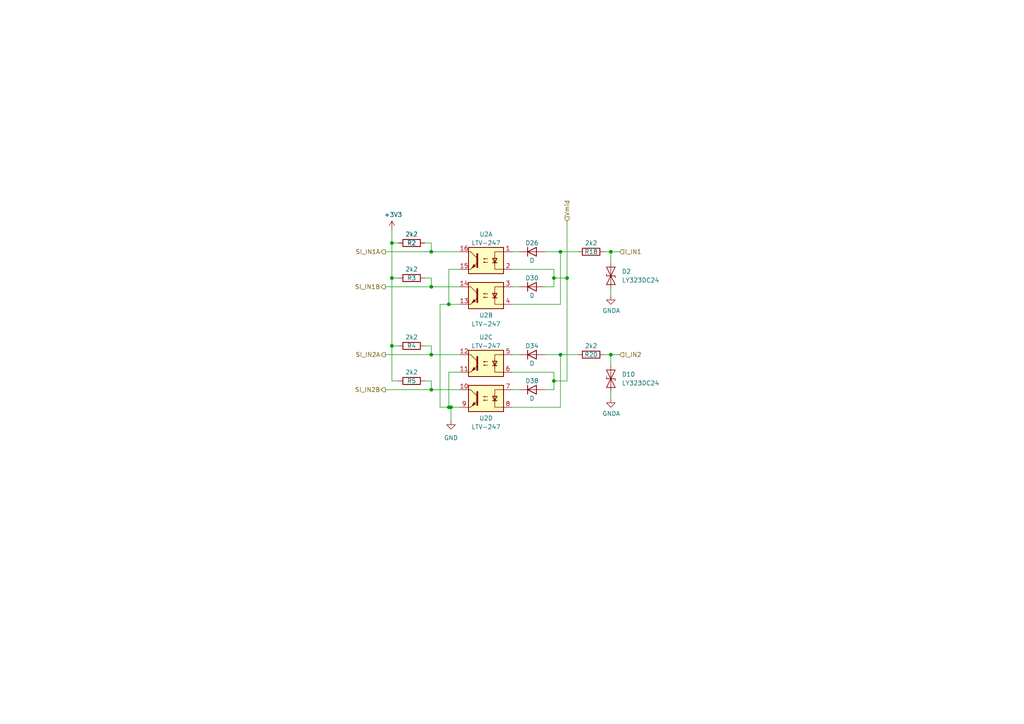
<source format=kicad_sch>
(kicad_sch (version 20230121) (generator eeschema)
  (paper "A4")
  (lib_symbols
    (symbol "Device:D" (pin_numbers hide) (pin_names (offset 1.016) hide)
      (property "Reference" "D" (at 0 2.54 0))
      (property "Value" "D" (at 0 -2.54 0))
      (symbol "D_0_1"
        (polyline (pts (xy -1.27 1.27) (xy -1.27 -1.27)) (stroke (width 0.254)))
        (polyline (pts (xy 1.27 0) (xy -1.27 0)))
        (polyline (pts (xy 1.27 1.27) (xy 1.27 -1.27) (xy -1.27 0) (xy 1.27 1.27)) (stroke (width 0.254)))
      )
      (symbol "D_1_1"
        (pin passive line (at -3.81 0 0) (length 2.54) (name "K") (number "1"))
        (pin passive line (at 3.81 0 180) (length 2.54) (name "A") (number "2"))
      )
    )
    (symbol "Device:R" (pin_numbers hide) (pin_names (offset 0))
      (property "Reference" "R" (at 2.032 0 90))
      (property "Value" "R" (at 0 0 90))
      (symbol "R_0_1"
        (rectangle (start -1.016 -2.54) (end 1.016 2.54) (stroke (width 0.254)))
      )
      (symbol "R_1_1"
        (pin passive line (at 0 3.81 270) (length 1.27) (name "~") (number "1"))
        (pin passive line (at 0 -3.81 90) (length 1.27) (name "~") (number "2"))
      )
    )
    (symbol "Diode:SD24_SOD323" (pin_numbers hide) (pin_names (offset 1.016) hide)
      (property "Reference" "D" (at 0 2.54 0))
      (property "Value" "SD24_SOD323" (at 0 -2.54 0))
      (symbol "SD24_SOD323_0_1"
        (polyline (pts (xy 1.27 0) (xy -1.27 0)))
        (polyline (pts (xy -2.54 -1.27) (xy 0 0) (xy -2.54 1.27) (xy -2.54 -1.27)) (stroke (width 0.2032)))
        (polyline (pts (xy 0.508 1.27) (xy 0 1.27) (xy 0 -1.27) (xy -0.508 -1.27)) (stroke (width 0.2032)))
        (polyline (pts (xy 2.54 1.27) (xy 2.54 -1.27) (xy 0 0) (xy 2.54 1.27)) (stroke (width 0.2032)))
      )
      (symbol "SD24_SOD323_1_1"
        (pin passive line (at -3.81 0 0) (length 2.54) (name "A1") (number "1"))
        (pin passive line (at 3.81 0 180) (length 2.54) (name "A2") (number "2"))
      )
    )
    (symbol "Isolator:LTV-247"
      (property "Reference" "U" (at -5.08 5.08 0))
      (property "Value" "LTV-247" (at 0 5.08 0))
      (symbol "LTV-247_0_1"
        (rectangle (start -5.08 3.81) (end 5.08 -3.81) (stroke (width 0.254)) (fill (type background)))
        (polyline (pts (xy -3.175 -0.635) (xy -1.905 -0.635)) (stroke (width 0.254)))
        (polyline (pts (xy 2.54 0.635) (xy 4.445 2.54)))
        (polyline (pts (xy 4.445 -2.54) (xy 2.54 -0.635)) (fill (type outline)))
        (polyline (pts (xy 4.445 -2.54) (xy 5.08 -2.54)))
        (polyline (pts (xy 4.445 2.54) (xy 5.08 2.54)))
        (polyline (pts (xy -2.54 -0.635) (xy -2.54 -2.54) (xy -5.08 -2.54)))
        (polyline (pts (xy 2.54 1.905) (xy 2.54 -1.905) (xy 2.54 -1.905)) (stroke (width 0.508)))
        (polyline (pts (xy -5.08 2.54) (xy -2.54 2.54) (xy -2.54 -1.27) (xy -2.54 0.635)))
        (polyline (pts (xy -2.54 -0.635) (xy -3.175 0.635) (xy -1.905 0.635) (xy -2.54 -0.635)) (stroke (width 0.254)))
        (polyline (pts (xy -0.508 -0.508) (xy 0.762 -0.508) (xy 0.381 -0.635) (xy 0.381 -0.381) (xy 0.762 -0.508)))
        (polyline (pts (xy -0.508 0.508) (xy 0.762 0.508) (xy 0.381 0.381) (xy 0.381 0.635) (xy 0.762 0.508)))
        (polyline (pts (xy 3.048 -1.651) (xy 3.556 -1.143) (xy 4.064 -2.159) (xy 3.048 -1.651) (xy 3.048 -1.651)) (fill (type outline)))
      )
      (symbol "LTV-247_1_1"
        (pin passive line (at -7.62 2.54 0) (length 2.54) (name "~") (number "1"))
        (pin passive line (at 7.62 -2.54 180) (length 2.54) (name "~") (number "15"))
        (pin passive line (at 7.62 2.54 180) (length 2.54) (name "~") (number "16"))
        (pin passive line (at -7.62 -2.54 0) (length 2.54) (name "~") (number "2"))
      )
      (symbol "LTV-247_2_1"
        (pin passive line (at 7.62 -2.54 180) (length 2.54) (name "~") (number "13"))
        (pin passive line (at 7.62 2.54 180) (length 2.54) (name "~") (number "14"))
        (pin passive line (at -7.62 2.54 0) (length 2.54) (name "~") (number "3"))
        (pin passive line (at -7.62 -2.54 0) (length 2.54) (name "~") (number "4"))
      )
      (symbol "LTV-247_3_1"
        (pin passive line (at 7.62 -2.54 180) (length 2.54) (name "~") (number "11"))
        (pin passive line (at 7.62 2.54 180) (length 2.54) (name "~") (number "12"))
        (pin passive line (at -7.62 2.54 0) (length 2.54) (name "~") (number "5"))
        (pin passive line (at -7.62 -2.54 0) (length 2.54) (name "~") (number "6"))
      )
      (symbol "LTV-247_4_1"
        (pin passive line (at 7.62 2.54 180) (length 2.54) (name "~") (number "10"))
        (pin passive line (at -7.62 2.54 0) (length 2.54) (name "~") (number "7"))
        (pin passive line (at -7.62 -2.54 0) (length 2.54) (name "~") (number "8"))
        (pin passive line (at 7.62 -2.54 180) (length 2.54) (name "~") (number "9"))
      )
    )
    (symbol "door_if3_usb-rescue:+3.3V-power" (power) (pin_names (offset 0))
      (property "Value" "+3.3V-power" (at 0 3.556 0))
      (symbol "+3.3V-power_0_1"
        (polyline (pts (xy -0.762 1.27) (xy 0 2.54)))
        (polyline (pts (xy 0 0) (xy 0 2.54)))
        (polyline (pts (xy 0 2.54) (xy 0.762 1.27)))
      )
      (symbol "+3.3V-power_1_1"
        (pin power_in line (at 0 0 90) (length 0) hide (name "+3V3") (number "1"))
      )
    )
    (symbol "power:GND" (power) (pin_names (offset 0))
      (property "Value" "GND" (at 0 -3.81 0))
      (symbol "GND_0_1"
        (polyline (pts (xy 0 0) (xy 0 -1.27) (xy 1.27 -1.27) (xy 0 -2.54) (xy -1.27 -1.27) (xy 0 -1.27)))
      )
      (symbol "GND_1_1"
        (pin power_in line (at 0 0 270) (length 0) hide (name "GND") (number "1"))
      )
    )
    (symbol "power:GNDA" (power) (pin_names (offset 0))
      (property "Value" "GNDA" (at 0 -3.81 0))
      (symbol "GNDA_0_1"
        (polyline (pts (xy 0 0) (xy 0 -1.27) (xy 1.27 -1.27) (xy 0 -2.54) (xy -1.27 -1.27) (xy 0 -1.27)))
      )
      (symbol "GNDA_1_1"
        (pin power_in line (at 0 0 270) (length 0) hide (name "GNDA") (number "1"))
      )
    )
  )
  (junction (at 162.56 102.87))
  (junction (at 130.175 118.11))
  (junction (at 177.165 102.87))
  (junction (at 125.095 73.025))
  (junction (at 130.81 118.11))
  (junction (at 125.095 83.185))
  (junction (at 160.655 110.49))
  (junction (at 125.095 113.03))
  (junction (at 162.56 73.025))
  (junction (at 160.655 80.645))
  (junction (at 177.165 73.025))
  (junction (at 130.175 88.265))
  (junction (at 125.095 102.87))
  (junction (at 164.465 80.645))
  (junction (at 113.665 100.33))
  (junction (at 113.665 70.485))
  (junction (at 113.665 80.645))
  (wire (pts (xy 148.59 88.265) (xy 162.56 88.265)))
  (wire (pts (xy 148.59 107.95) (xy 160.655 107.95)))
  (wire (pts (xy 175.26 102.87) (xy 177.165 102.87)))
  (wire (pts (xy 148.59 78.105) (xy 160.655 78.105)))
  (wire (pts (xy 127.635 88.265) (xy 127.635 118.11)))
  (wire (pts (xy 158.115 83.185) (xy 160.655 83.185)))
  (wire (pts (xy 160.655 110.49) (xy 164.465 110.49)))
  (wire (pts (xy 177.165 73.025) (xy 179.705 73.025)))
  (wire (pts (xy 160.655 113.03) (xy 160.655 110.49)))
  (wire (pts (xy 177.165 73.025) (xy 177.165 76.2)))
  (wire (pts (xy 160.655 80.645) (xy 164.465 80.645)))
  (wire (pts (xy 111.76 102.87) (xy 125.095 102.87)))
  (wire (pts (xy 130.175 118.11) (xy 130.81 118.11)))
  (wire (pts (xy 125.095 100.33) (xy 125.095 102.87)))
  (wire (pts (xy 158.115 102.87) (xy 162.56 102.87)))
  (wire (pts (xy 123.19 80.645) (xy 125.095 80.645)))
  (wire (pts (xy 160.655 110.49) (xy 160.655 107.95)))
  (wire (pts (xy 113.665 70.485) (xy 115.57 70.485)))
  (wire (pts (xy 148.59 73.025) (xy 150.495 73.025)))
  (wire (pts (xy 127.635 118.11) (xy 130.175 118.11)))
  (wire (pts (xy 125.095 80.645) (xy 125.095 83.185)))
  (wire (pts (xy 125.095 113.03) (xy 133.35 113.03)))
  (wire (pts (xy 130.81 118.11) (xy 130.81 121.92)))
  (wire (pts (xy 113.665 110.49) (xy 113.665 100.33)))
  (wire (pts (xy 162.56 102.87) (xy 167.64 102.87)))
  (wire (pts (xy 123.19 110.49) (xy 125.095 110.49)))
  (wire (pts (xy 130.175 107.95) (xy 133.35 107.95)))
  (wire (pts (xy 111.76 83.185) (xy 125.095 83.185)))
  (wire (pts (xy 130.81 118.11) (xy 133.35 118.11)))
  (wire (pts (xy 162.56 73.025) (xy 167.64 73.025)))
  (wire (pts (xy 113.665 80.645) (xy 113.665 70.485)))
  (wire (pts (xy 113.665 80.645) (xy 113.665 100.33)))
  (wire (pts (xy 148.59 83.185) (xy 150.495 83.185)))
  (wire (pts (xy 113.665 66.675) (xy 113.665 70.485)))
  (wire (pts (xy 177.165 102.87) (xy 177.165 106.045)))
  (wire (pts (xy 113.665 100.33) (xy 115.57 100.33)))
  (wire (pts (xy 115.57 110.49) (xy 113.665 110.49)))
  (wire (pts (xy 111.76 113.03) (xy 125.095 113.03)))
  (wire (pts (xy 148.59 113.03) (xy 150.495 113.03)))
  (wire (pts (xy 125.095 70.485) (xy 125.095 73.025)))
  (wire (pts (xy 148.59 102.87) (xy 150.495 102.87)))
  (wire (pts (xy 130.175 107.95) (xy 130.175 118.11)))
  (wire (pts (xy 160.655 80.645) (xy 160.655 78.105)))
  (wire (pts (xy 111.76 73.025) (xy 125.095 73.025)))
  (wire (pts (xy 125.095 110.49) (xy 125.095 113.03)))
  (wire (pts (xy 164.465 64.135) (xy 164.465 80.645)))
  (wire (pts (xy 125.095 70.485) (xy 123.19 70.485)))
  (wire (pts (xy 164.465 80.645) (xy 164.465 110.49)))
  (wire (pts (xy 177.165 102.87) (xy 179.705 102.87)))
  (wire (pts (xy 158.115 73.025) (xy 162.56 73.025)))
  (wire (pts (xy 125.095 83.185) (xy 133.35 83.185)))
  (wire (pts (xy 127.635 88.265) (xy 130.175 88.265)))
  (wire (pts (xy 125.095 100.33) (xy 123.19 100.33)))
  (wire (pts (xy 130.175 78.105) (xy 130.175 88.265)))
  (wire (pts (xy 177.165 83.82) (xy 177.165 85.725)))
  (wire (pts (xy 175.26 73.025) (xy 177.165 73.025)))
  (wire (pts (xy 158.115 113.03) (xy 160.655 113.03)))
  (wire (pts (xy 162.56 118.11) (xy 162.56 102.87)))
  (wire (pts (xy 162.56 88.265) (xy 162.56 73.025)))
  (wire (pts (xy 130.175 78.105) (xy 133.35 78.105)))
  (wire (pts (xy 177.165 113.665) (xy 177.165 115.57)))
  (wire (pts (xy 130.175 88.265) (xy 133.35 88.265)))
  (wire (pts (xy 115.57 80.645) (xy 113.665 80.645)))
  (wire (pts (xy 160.655 83.185) (xy 160.655 80.645)))
  (wire (pts (xy 133.35 102.87) (xy 125.095 102.87)))
  (wire (pts (xy 133.35 73.025) (xy 125.095 73.025)))
  (wire (pts (xy 148.59 118.11) (xy 162.56 118.11)))
  (hierarchical_label "SI_IN1A" (shape output) (at 111.76 73.025 180))
  (hierarchical_label "SI_IN2B" (shape output) (at 111.76 113.03 180))
  (hierarchical_label "Vmid" (shape input) (at 164.465 64.135 90))
  (hierarchical_label "I_IN1" (shape input) (at 179.705 73.025 0))
  (hierarchical_label "I_IN2" (shape input) (at 179.705 102.87 0))
  (hierarchical_label "SI_IN1B" (shape output) (at 111.76 83.185 180))
  (hierarchical_label "SI_IN2A" (shape output) (at 111.76 102.87 180))
  (symbol (lib_id "Device:D") (at 154.305 113.03 0) (unit 1)
    (property "Reference" "D38" (at 154.305 110.49 0))
    (property "Value" "D" (at 154.305 115.57 0))
    (property "Footprint" "Diode_SMD:D_SOD-523" (effects hide))
    (property "Sim.Device" "D" (effects hide))
    (property "Sim.Pins" "1=K 2=A" (effects hide))
    (instances (project "door_if4_usb.v2" (path "" (reference "D38") (unit 1)) (path "" (reference "D39") (unit 1)) (path "" (reference "D40") (unit 1)) (path "" (reference "D41") (unit 1))))
  )
  (symbol (lib_id "Device:R") (at 171.45 102.87 90) (unit 1)
    (property "Reference" "R20" (at 171.45 102.87 90))
    (property "Value" "2k2" (at 171.45 100.33 90))
    (property "Footprint" "Resistor_SMD:R_0402_1005Metric" (effects hide))
    (instances (project "door_if4_usb.v2" (path "" (reference "R20") (unit 1)) (path "" (reference "R20") (unit 1)) (path "" (reference "R52") (unit 1)) (path "" (reference "R60") (unit 1)) (path "" (reference "R68") (unit 1))))
  )
  (symbol (lib_id "Isolator:LTV-247") (at 140.97 85.725 0) (mirror y) (unit 2)
    (property "Reference" "U2" (at 140.97 91.44 0))
    (property "Value" "LTV-247" (at 140.97 93.98 0))
    (property "Footprint" "Package_SO:SOP-16_4.4x10.4mm_P1.27mm" (effects hide))
    (property "Datasheet" "http://optoelectronics.liteon.com/upload/download/DS70-2009-0014/LTV-2X7%20sereis%20Mar17.PDF" (effects hide))
    (instances (project "door_if4_usb.v2" (path "" (reference "U2") (unit 2)) (path "" (reference "U3") (unit 2)) (path "" (reference "U6") (unit 2)) (path "" (reference "U7") (unit 2)) (path "" (reference "U8") (unit 2))))
  )
  (symbol (lib_id "power:GNDA") (at 177.165 115.57 0) (unit 1)
    (property "Reference" "#PWR011" (effects hide))
    (property "Value" "GNDA" (at 177.292 119.9642 0))
    (instances (project "door_if4_usb.v2" (path "" (reference "#PWR011") (unit 1)) (path "" (reference "#PWR049") (unit 1)) (path "" (reference "#PWR063") (unit 1)) (path "" (reference "#PWR065") (unit 1)) (path "" (reference "#PWR067") (unit 1))))
  )
  (symbol (lib_id "Isolator:LTV-247") (at 140.97 105.41 0) (mirror y) (unit 3)
    (property "Reference" "U2" (at 140.97 97.79 0))
    (property "Value" "LTV-247" (at 140.97 100.33 0))
    (property "Footprint" "Package_SO:SOP-16_4.4x10.4mm_P1.27mm" (effects hide))
    (property "Datasheet" "http://optoelectronics.liteon.com/upload/download/DS70-2009-0014/LTV-2X7%20sereis%20Mar17.PDF" (effects hide))
    (instances (project "door_if4_usb.v2" (path "" (reference "U2") (unit 3)) (path "" (reference "U3") (unit 3)) (path "" (reference "U6") (unit 3)) (path "" (reference "U7") (unit 3)) (path "" (reference "U8") (unit 3))))
  )
  (symbol (lib_id "Isolator:LTV-247") (at 140.97 115.57 0) (mirror y) (unit 4)
    (property "Reference" "U2" (at 140.97 121.285 0))
    (property "Value" "LTV-247" (at 140.97 123.825 0))
    (property "Footprint" "Package_SO:SOP-16_4.4x10.4mm_P1.27mm" (effects hide))
    (property "Datasheet" "http://optoelectronics.liteon.com/upload/download/DS70-2009-0014/LTV-2X7%20sereis%20Mar17.PDF" (effects hide))
    (instances (project "door_if4_usb.v2" (path "" (reference "U2") (unit 4)) (path "" (reference "U3") (unit 4)) (path "" (reference "U6") (unit 4)) (path "" (reference "U7") (unit 4)) (path "" (reference "U8") (unit 4))))
  )
  (symbol (lib_id "Device:R") (at 119.38 70.485 90) (unit 1)
    (property "Reference" "R2" (at 119.38 70.485 90))
    (property "Value" "2k2" (at 119.38 67.945 90))
    (property "Footprint" "Resistor_SMD:R_0402_1005Metric" (effects hide))
    (instances (project "door_if4_usb.v2" (path "" (reference "R2") (unit 1)) (path "" (reference "R14") (unit 1)) (path "" (reference "R46") (unit 1)) (path "" (reference "R54") (unit 1)) (path "" (reference "R62") (unit 1))))
  )
  (symbol (lib_id "power:GND") (at 130.81 121.92 0) (unit 1)
    (property "Reference" "#PWR074" (effects hide))
    (property "Value" "GND" (at 130.81 127 0))
    (instances (project "door_if4_usb.v2" (path "" (reference "#PWR074") (unit 1)) (path "" (reference "#PWR075") (unit 1)) (path "" (reference "#PWR076") (unit 1)) (path "" (reference "#PWR077") (unit 1))))
  )
  (symbol (lib_id "door_if3_usb-rescue:+3.3V-power") (at 113.665 66.675 0) (unit 1)
    (property "Reference" "#PWR012" (effects hide))
    (property "Value" "+3.3V" (at 114.046 62.2808 0))
    (instances (project "door_if4_usb.v2" (path "" (reference "#PWR012") (unit 1)) (path "" (reference "#PWR028") (unit 1)) (path "" (reference "#PWR062") (unit 1)) (path "" (reference "#PWR064") (unit 1)) (path "" (reference "#PWR066") (unit 1))))
  )
  (symbol (lib_id "Diode:SD24_SOD323") (at 177.165 80.01 90) (unit 1)
    (property "Reference" "D2" (at 180.34 78.74 90) (effects (justify right)))
    (property "Value" "LY323DC24" (at 180.34 81.28 90) (effects (justify right)))
    (property "Footprint" "Diode_SMD:D_SOD-323" (effects hide))
    (property "Datasheet" "https://www.littelfuse.com/~/media/electronics/datasheets/tvs_diode_arrays/littelfuse_tvs_diode_array_sd_c_datasheet.pdf.pdf" (effects hide))
    (instances (project "door_if4_usb.v2" (path "" (reference "D2") (unit 1)) (path "" (reference "D3") (unit 1)) (path "" (reference "D4") (unit 1)) (path "" (reference "D5") (unit 1))))
  )
  (symbol (lib_id "Device:R") (at 171.45 73.025 90) (unit 1)
    (property "Reference" "R18" (at 171.45 73.025 90))
    (property "Value" "2k2" (at 171.45 70.485 90))
    (property "Footprint" "Resistor_SMD:R_0402_1005Metric" (effects hide))
    (instances (project "door_if4_usb.v2" (path "" (reference "R18") (unit 1)) (path "" (reference "R18") (unit 1)) (path "" (reference "R50") (unit 1)) (path "" (reference "R58") (unit 1)) (path "" (reference "R66") (unit 1))))
  )
  (symbol (lib_id "Device:R") (at 119.38 100.33 90) (unit 1)
    (property "Reference" "R4" (at 119.38 100.33 90))
    (property "Value" "2k2" (at 119.38 97.79 90))
    (property "Footprint" "Resistor_SMD:R_0402_1005Metric" (effects hide))
    (instances (project "door_if4_usb.v2" (path "" (reference "R4") (unit 1)) (path "" (reference "R16") (unit 1)) (path "" (reference "R48") (unit 1)) (path "" (reference "R56") (unit 1)) (path "" (reference "R64") (unit 1))))
  )
  (symbol (lib_id "Isolator:LTV-247") (at 140.97 75.565 0) (mirror y) (unit 1)
    (property "Reference" "U2" (at 140.97 67.945 0))
    (property "Value" "LTV-247" (at 140.97 70.485 0))
    (property "Footprint" "Package_SO:SOP-16_4.4x10.4mm_P1.27mm" (effects hide))
    (property "Datasheet" "http://optoelectronics.liteon.com/upload/download/DS70-2009-0014/LTV-2X7%20sereis%20Mar17.PDF" (effects hide))
    (instances (project "door_if4_usb.v2" (path "" (reference "U2") (unit 1)) (path "" (reference "U3") (unit 1)) (path "" (reference "U6") (unit 1)) (path "" (reference "U7") (unit 1)) (path "" (reference "U8") (unit 1))))
  )
  (symbol (lib_id "Device:D") (at 154.305 102.87 0) (unit 1)
    (property "Reference" "D34" (at 154.305 100.33 0))
    (property "Value" "D" (at 154.305 105.41 0))
    (property "Footprint" "Diode_SMD:D_SOD-523" (effects hide))
    (property "Sim.Device" "D" (effects hide))
    (property "Sim.Pins" "1=K 2=A" (effects hide))
    (instances (project "door_if4_usb.v2" (path "" (reference "D34") (unit 1)) (path "" (reference "D35") (unit 1)) (path "" (reference "D36") (unit 1)) (path "" (reference "D37") (unit 1))))
  )
  (symbol (lib_id "Device:R") (at 119.38 110.49 90) (unit 1)
    (property "Reference" "R5" (at 119.38 110.49 90))
    (property "Value" "2k2" (at 119.38 107.95 90))
    (property "Footprint" "Resistor_SMD:R_0402_1005Metric" (effects hide))
    (instances (project "door_if4_usb.v2" (path "" (reference "R5") (unit 1)) (path "" (reference "R17") (unit 1)) (path "" (reference "R49") (unit 1)) (path "" (reference "R57") (unit 1)) (path "" (reference "R65") (unit 1))))
  )
  (symbol (lib_id "Device:D") (at 154.305 83.185 0) (unit 1)
    (property "Reference" "D30" (at 154.305 80.645 0))
    (property "Value" "D" (at 154.305 85.725 0))
    (property "Footprint" "Diode_SMD:D_SOD-523" (effects hide))
    (property "Sim.Device" "D" (effects hide))
    (property "Sim.Pins" "1=K 2=A" (effects hide))
    (instances (project "door_if4_usb.v2" (path "" (reference "D30") (unit 1)) (path "" (reference "D31") (unit 1)) (path "" (reference "D32") (unit 1)) (path "" (reference "D33") (unit 1))))
  )
  (symbol (lib_id "power:GNDA") (at 177.165 85.725 0) (unit 1)
    (property "Reference" "#PWR011" (effects hide))
    (property "Value" "GNDA" (at 177.292 90.1192 0))
    (instances (project "door_if4_usb.v2" (path "" (reference "#PWR011") (unit 1)) (path "" (reference "#PWR033") (unit 1)) (path "" (reference "#PWR046") (unit 1)) (path "" (reference "#PWR047") (unit 1)) (path "" (reference "#PWR048") (unit 1))))
  )
  (symbol (lib_id "Device:D") (at 154.305 73.025 0) (unit 1)
    (property "Reference" "D26" (at 154.305 70.485 0))
    (property "Value" "D" (at 154.305 75.565 0))
    (property "Footprint" "Diode_SMD:D_SOD-523" (effects hide))
    (property "Sim.Device" "D" (effects hide))
    (property "Sim.Pins" "1=K 2=A" (effects hide))
    (instances (project "door_if4_usb.v2" (path "" (reference "D26") (unit 1)) (path "" (reference "D27") (unit 1)) (path "" (reference "D28") (unit 1)) (path "" (reference "D29") (unit 1))))
  )
  (symbol (lib_id "Device:R") (at 119.38 80.645 90) (unit 1)
    (property "Reference" "R3" (at 119.38 80.645 90))
    (property "Value" "2k2" (at 119.38 78.105 90))
    (property "Footprint" "Resistor_SMD:R_0402_1005Metric" (effects hide))
    (instances (project "door_if4_usb.v2" (path "" (reference "R3") (unit 1)) (path "" (reference "R15") (unit 1)) (path "" (reference "R47") (unit 1)) (path "" (reference "R55") (unit 1)) (path "" (reference "R63") (unit 1))))
  )
  (symbol (lib_id "Diode:SD24_SOD323") (at 177.165 109.855 90) (unit 1)
    (property "Reference" "D10" (at 180.34 108.585 90) (effects (justify right)))
    (property "Value" "LY323DC24" (at 180.34 111.125 90) (effects (justify right)))
    (property "Footprint" "Diode_SMD:D_SOD-323" (effects hide))
    (property "Datasheet" "https://www.littelfuse.com/~/media/electronics/datasheets/tvs_diode_arrays/littelfuse_tvs_diode_array_sd_c_datasheet.pdf.pdf" (effects hide))
    (instances (project "door_if4_usb.v2" (path "" (reference "D10") (unit 1)) (path "" (reference "D11") (unit 1)) (path "" (reference "D12") (unit 1)) (path "" (reference "D13") (unit 1))))
  )
)
</source>
